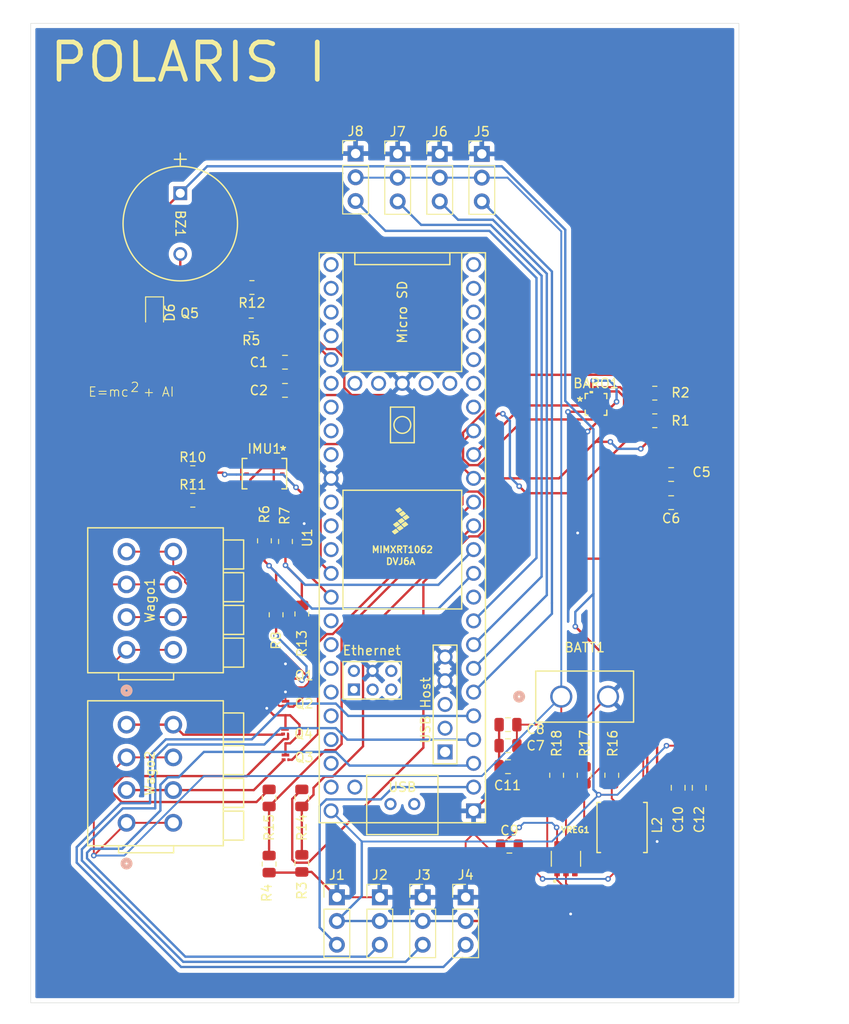
<source format=kicad_pcb>
(kicad_pcb (version 20241229) (generator "pcbnew") (generator_version "9.0")
  (layers (0 "F.Cu" signal) (2 "B.Cu" signal) (13 "F.Paste" user) (15 "B.Paste" user) (5 "F.SilkS" user "F.Silkscreen") (7 "B.SilkS" user "B.Silkscreen") (1 "F.Mask" user) (3 "B.Mask" user) (25 "Edge.Cuts" user))
  (net 0 "")
  (net 1 "/SCL1")
  (net 2 "/SDA1")
  (net 3 "GND")
  (net 5 "+3.3V")
  (net 6 "+BATT")
  (net 7 "Net-(BZ1--)")
  (net 8 "Net-(VREG1-VBST)")
  (net 9 "Net-(VREG1-SW)")
  (net 10 "+5V")
  (net 17 "/ServoPin1(+5V)")
  (net 18 "/ServoPin2(+5V)")
  (net 19 "/ServoPin3(+5V)")
  (net 20 "/ServoPin4(+5V)")
  (net 21 "/ServoPin1(+BATT)")
  (net 22 "/ServoPin2(+BATT)")
  (net 23 "/ServoPin3(+BATT)")
  (net 24 "/ServoPin4(+BATT)")
  (net 25 "Net-(Q1-D)")
  (net 26 "Net-(Q1-G)")
  (net 27 "Net-(Q2-G)")
  (net 28 "Net-(Q2-D)")
  (net 29 "Net-(Q3-G)")
  (net 30 "Net-(Q3-D)")
  (net 31 "Net-(Q4-G)")
  (net 32 "Net-(Q4-D)")
  (net 33 "Net-(Q5-G)")
  (net 34 "/Pyro1")
  (net 35 "/Pyro2")
  (net 36 "/BUZZ")
  (net 37 "Net-(VREG1-VFB)")
  (net 38 "Net-(VREG1-EN)")
  (net 57 "/SCL2")
  (net 65 "/Pyro4")
  (net 70 "/Pyro3")
  (net 80 "/SDA2")
  (footprint "Wago conn x4:CONN4_2601-1104_WAG" (layer "F.Cu") (at 55 132 90)
    (property "Reference" "Wago1")
    (property "Value" "2601-1104")
  )
  (footprint "mosfet dmn:X3-DSN1010-3_DIO" (layer "F.Cu") (at 72 134.7525)
    (property "Reference" "Q1")
    (property "Value" "DMN1017UCP3-7")
  )
  (footprint "Connector_PinHeader_2.54mm:PinHeader_1x03_P2.54mm_Vertical" (layer "F.Cu") (at 82.09 158.46)
    (property "Reference" "J2")
    (property "Value" "Conn_01x03_Pin")
  )
  (footprint "Resistor_SMD:R_0805_2012Metric" (layer "F.Cu") (at 73.75 147.8375 90)
    (property "Reference" "R14")
    (property "Value" "300")
  )
  (footprint "TPS563200DDCR:TPS563200DDCR" (layer "F.Cu") (at 102 154.345 90)
    (property "Reference" "VREG1")
    (property "Value" "TPS563200DDCR")
  )
  (footprint "rando buzza bruh skibbity buh its 1215 i wanna sleeeeppp:CEM-1206S_CUD" (layer "F.Cu") (at 60.75 83.166749 -90)
    (property "Reference" "BZ1")
    (property "Value" "Buzzer")
  )
  (footprint "Connector_PinHeader_2.54mm:PinHeader_1x03_P2.54mm_Vertical" (layer "F.Cu") (at 91.27 158.46)
    (property "Reference" "J4")
    (property "Value" "Conn_01x03_Pin")
  )
  (footprint "teensy.pretty-master:Teensy41" (layer "F.Cu") (at 84.5 120.01 90)
    (property "Reference" "U1")
    (property "Value" "Teensy4.1")
  )
  (footprint "Connector_PinHeader_2.54mm:PinHeader_1x03_P2.54mm_Vertical" (layer "F.Cu") (at 77.5 158.46)
    (property "Reference" "J1")
    (property "Value" "Conn_01x03_Pin")
  )
  (footprint "mosfet dmn:X3-DSN1010-3_DIO" (layer "F.Cu") (at 72 137.7525)
    (property "Reference" "Q2")
    (property "Value" "DMN1017UCP3-7")
  )
  (footprint "Capacitor_SMD:C_0805_2012Metric" (layer "F.Cu") (at 95.95 153)
    (property "Reference" "C9")
    (property "Value" "0.1uF")
  )
  (footprint "Capacitor_SMD:C_0805_2012Metric" (layer "F.Cu") (at 113.25 113.25)
    (property "Reference" "C5" (hide yes))
    (property "Value" "0.1uF")
  )
  (footprint "Capacitor_SMD:C_0805_2012Metric" (layer "F.Cu") (at 114 146.75 90)
    (property "Reference" "C10")
    (property "Value" "22uF")
  )
  (footprint "mosfet dmn:X3-DSN1010-3_DIO" (layer "F.Cu") (at 72 143.5025)
    (property "Reference" "Q3")
    (property "Value" "DMN1017UCP3-7")
  )
  (footprint "Capacitor_SMD:C_0805_2012Metric" (layer "F.Cu") (at 95.8 144.5 180)
    (property "Reference" "C11")
    (property "Value" "10uF")
  )
  (footprint "mosfet dmn:X3-DSN1010-3_DIO" (layer "F.Cu") (at 71.945 140.7475)
    (property "Reference" "Q4")
    (property "Value" "DMN1017UCP3-7")
  )
  (footprint "Resistor_SMD:R_0805_2012Metric" (layer "F.Cu") (at 111.5 107.5 180)
    (property "Reference" "R1")
    (property "Value" "4.7k")
  )
  (footprint "Resistor_SMD:R_0805_2012Metric" (layer "F.Cu") (at 68.3375 97.25 180)
    (property "Reference" "R5")
    (property "Value" "300")
  )
  (footprint "Resistor_SMD:R_0805_2012Metric" (layer "F.Cu") (at 101 145.4125 -90)
    (property "Reference" "R18")
    (property "Value" "10k")
  )
  (footprint "rando L:IND_NRS5030_TAY" (layer "F.Cu") (at 108 151 90)
    (property "Reference" "L2")
    (property "Value" "3.3uF")
  )
  (footprint "Connector_PinHeader_2.54mm:PinHeader_1x03_P2.54mm_Vertical" (layer "F.Cu") (at 79.5 78.92)
    (property "Reference" "J8")
    (property "Value" "Conn_01x03_Pin")
  )
  (footprint "Resistor_SMD:R_0805_2012Metric" (layer "F.Cu") (at 72 120.4125 90)
    (property "Reference" "R7")
    (property "Value" "10k")
  )
  (footprint "Resistor_SMD:R_0805_2012Metric" (layer "F.Cu") (at 70.25 154.9125 -90)
    (property "Reference" "R4")
    (property "Value" "10k")
  )
  (footprint "Capacitor_SMD:C_0805_2012Metric" (layer "F.Cu") (at 71.95 104.25)
    (property "Reference" "C2")
    (property "Value" "100nF")
  )
  (footprint "Capacitor_SMD:C_0805_2012Metric" (layer "F.Cu") (at 116.25 146.75 90)
    (property "Reference" "C12")
    (property "Value" "22uF")
  )
  (footprint "Connector_PinHeader_2.54mm:PinHeader_1x03_P2.54mm_Vertical" (layer "F.Cu") (at 86.68 158.46)
    (property "Reference" "J3")
    (property "Value" "Conn_01x03_Pin")
  )
  (footprint "Resistor_SMD:R_0805_2012Metric" (layer "F.Cu") (at 68.4125 93.25 180)
    (property "Reference" "R12")
    (property "Value" "10k")
  )
  (footprint "Resistor_SMD:R_0805_2012Metric" (layer "F.Cu") (at 106.9 145.4125 -90)
    (property "Reference" "R16")
    (property "Value" "55k")
  )
  (footprint "Connector_PinHeader_2.54mm:PinHeader_1x03_P2.54mm_Vertical" (layer "F.Cu") (at 88.5 78.96)
    (property "Reference" "J6")
    (property "Value" "Conn_01x03_Pin")
  )
  (footprint "xt30:CONN_XT30UPB-M_AMA" (layer "F.Cu") (at 101.5 137)
    (property "Reference" "BATT1")
    (property "Value" "XT30UPB-M")
  )
  (footprint "Capacitor_SMD:C_0805_2012Metric" (layer "F.Cu") (at 95.8 142.25 180)
    (property "Reference" "C7")
    (property "Value" "10uF")
  )
  (footprint "Resistor_SMD:R_0805_2012Metric" (layer "F.Cu") (at 62.0875 113.05)
    (property "Reference" "R10")
    (property "Value" "4.7k")
  )
  (footprint "mosfet dmn:X3-DSN1010-3_DIO" (layer "F.Cu") (at 62 97.5025)
    (property "Reference" "Q5")
    (property "Value" "DMN1017UCP3-7")
  )
  (footprint "Resistor_SMD:R_0805_2012Metric" (layer "F.Cu") (at 73.75 154.8375 -90)
    (property "Reference" "R3")
    (property "Value" "10k")
  )
  (footprint "Diode_SMD:D_0805_2012Metric" (layer "F.Cu") (at 58 95.9375 -90)
    (property "Reference" "D6")
    (property "Value" "D")
  )
  (footprint "BMI088:QFN_BMI085_BOS" (layer "F.Cu") (at 69.75 113.1557)
    (property "Reference" "IMU1")
    (property "Value" "BMI088")
  )
  (footprint "Resistor_SMD:R_0805_2012Metric" (layer "F.Cu") (at 103.95 145.4125 -90)
    (property "Reference" "R17")
    (property "Value" "10k")
  )
  (footprint "Resistor_SMD:R_0805_2012Metric" (layer "F.Cu") (at 71 128.25 -90)
    (property "Reference" "R8")
    (property "Value" "300")
  )
  (footprint "Resistor_SMD:R_0805_2012Metric" (layer "F.Cu") (at 111.5 104.55 180)
    (property "Reference" "R2")
    (property "Value" "4.7k")
  )
  (footprint "Resistor_SMD:R_0805_2012Metric" (layer "F.Cu") (at 62.0875 116)
    (property "Reference" "R11")
    (property "Value" "4.7k")
  )
  (footprint "Capacitor_SMD:C_0805_2012Metric" (layer "F.Cu") (at 71.95 101.24)
    (property "Reference" "C1")
    (property "Value" "100nF")
  )
  (footprint "Capacitor_SMD:C_0805_2012Metric" (layer "F.Cu") (at 95.8 140 180)
    (property "Reference" "C8")
    (property "Value" "10uF")
  )
  (footprint "BMP390:10LGA_2X2X0p75_BOS" (layer "F.Cu") (at 105.2126 105.75)
    (property "Reference" "BARO1")
    (property "Value" "BMP390")
  )
  (footprint "Wago conn x4:CONN4_2601-1104_WAG" (layer "F.Cu") (at 55 150.5 90)
    (property "Reference" "Wago2")
    (property "Value" "2601-1104")
  )
  (footprint "Capacitor_SMD:C_0805_2012Metric" (layer "F.Cu") (at 113.25 116.26 180)
    (property "Reference" "C6")
    (property "Value" "100nF")
  )
  (footprint "Connector_PinHeader_2.54mm:PinHeader_1x03_P2.54mm_Vertical" (layer "F.Cu") (at 84 78.96)
    (property "Reference" "J7")
    (property "Value" "Conn_01x03_Pin")
  )
  (footprint "Resistor_SMD:R_0805_2012Metric" (layer "F.Cu") (at 69.75 120.3375 90)
    (property "Reference" "R6")
    (property "Value" "10k")
  )
  (footprint "Connector_PinHeader_2.54mm:PinHeader_1x03_P2.54mm_Vertical" (layer "F.Cu") (at 93 78.96)
    (property "Reference" "J5")
    (property "Value" "Conn_01x03_Pin")
  )
  (footprint "Resistor_SMD:R_0805_2012Metric" (layer "F.Cu") (at 70.25 147.8375 90)
    (property "Reference" "R15")
    (property "Value" "300")
  )
  (footprint "Resistor_SMD:R_0805_2012Metric" (layer "F.Cu") (at 73.75 128.1625 -90)
    (property "Reference" "R13")
    (property "Value" "300")
  )
  (gr_rect (start 44.75 65) (end 120.5 169.75) (stroke (width 0.05)) (fill no) (layer "Edge.Cuts"))
  (gr_text "E=mc  + AI\n" (at 50.850001 105 0) (layer "F.SilkS") (effects (font (size 1 1) (thickness 0.1)) (justify left bottom)))
  (gr_text "2\n" (at 55.350001 104.5 0) (layer "F.SilkS") (effects (font (size 1 1) (thickness 0.1)) (justify left bottom)))
  (gr_text "POLARIS I\n" (at 46.5 71.5 0) (layer "F.SilkS") (effects (font (size 4 4) (thickness 0.5)) (justify left bottom)))
  (gr_text "C5\n" (at 116.5 113 0) (layer "F.SilkS") (effects (font (size 1 1))))
  (segment (start 75.754 117.2484) (end 73.1278 114.6222) (width 0.25) (layer "F.Cu") (net 1))
  (segment (start 76.88 123.82) (end 75.754 122.694) (width 0.25) (layer "F.Cu") (net 1))
  (segment (start 65.3 113.05) (end 63 113.05) (width 0.25) (layer "F.Cu") (net 1))
  (segment (start 65.5 113.25) (end 65.3 113.05) (width 0.25) (layer "F.Cu") (net 1))
  (segment (start 73.1278 114.6222) (end 71.6613 113.1557) (width 0.25) (layer "F.Cu") (net 1))
  (segment (start 75.754 122.694) (end 75.754 117.2484) (width 0.25) (layer "F.Cu") (net 1))
  (via (at 65.5 113.25) (size 0.6) (drill 0.3) (layers "F.Cu" "B.Cu") (net 1))
  (via (at 73.1278 114.6222) (size 0.6) (drill 0.3) (layers "F.Cu" "B.Cu") (net 1))
  (segment (start 66.75 113.25) (end 65.5 113.25) (width 0.25) (layer "B.Cu") (net 1))
  (segment (start 73.1278 114.6222) (end 71.7556 113.25) (width 0.25) (layer "B.Cu") (net 1))
  (segment (start 71.7556 113.25) (end 66.75 113.25) (width 0.25) (layer "B.Cu") (net 1))
  (segment (start 73.0943 116.1557) (end 72.9386 116) (width 0.25) (layer "F.Cu") (net 2))
  (segment (start 74.626 117.6874) (end 74.626 124.106) (width 0.25) (layer "F.Cu") (net 2))
  (segment (start 74.626 124.106) (end 76.88 126.36) (width 0.25) (layer "F.Cu") (net 2))
  (segment (start 71.25 114.3114) (end 73.0943 116.1557) (width 0.25) (layer "F.Cu") (net 2))
  (segment (start 73.0943 116.1557) (end 74.626 117.6874) (width 0.25) (layer "F.Cu") (net 2))
  (segment (start 72.9386 116) (end 63 116) (width 0.25) (layer "F.Cu") (net 2))
  (segment (start 72 119.5) (end 73 119.5) (width 0.25) (layer "F.Cu") (net 3))
  (segment (start 69.833014 92.224) (end 70.778905 93.169891) (width 0.25) (layer "F.Cu") (net 3))
  (segment (start 73.5 140) (end 72.5 139) (width 0.25) (layer "F.Cu") (net 3))
  (segment (start 70.778905 93.169891) (end 70.778905 94.221095) (width 0.25) (layer "F.Cu") (net 3))
  (segment (start 70.25 155.825) (end 73.675 155.825) (width 0.25) (layer "F.Cu") (net 3))
  (segment (start 72 136.5) (end 72 137.5) (width 0.2) (layer "F.Cu") (net 3))
  (segment (start 72 139) (end 70.75 139) (width 0.25) (layer "F.Cu") (net 3))
  (segment (start 107.612601 104.3626) (end 106.312599 104.3626) (width 0.25) (layer "F.Cu") (net 3))
  (segment (start 70.797 112.5673) (end 70.75 112.5203) (width 0.25) (layer "F.Cu") (net 3))
  (segment (start 70.75 112.5203) (end 70.750001 114.3114) (width 0.25) (layer "F.Cu") (net 3))
  (segment (start 77.5 158.46) (end 91.27 158.46) (width 0.2) (layer "F.Cu") (net 3))
  (segment (start 91.27 158.46) (end 91.27 152.48116) (width 0.2) (layer "F.Cu") (net 3))
  (segment (start 76.88 113.66) (end 75.7873 112.5673) (width 0.25) (layer "F.Cu") (net 3))
  (segment (start 104.312601 108.6521) (end 106.502101 106.4626) (width 0.25) (layer "F.Cu") (net 3))
  (segment (start 72 133.5) (end 72 134.4265) (width 0.25) (layer "F.Cu") (net 3))
  (segment (start 80.25 104.749938) (end 83.250062 104.749938) (width 0.25) (layer "F.Cu") (net 3))
  (segment (start 111.75 150) (end 111.75 152.5) (width 0.25) (layer "F.Cu") (net 3))
  (segment (start 71.925 119.425) (end 72 119.5) (width 0.25) (layer "F.Cu") (net 3))
  (segment (start 94.85 140) (end 94.85 142.25) (width 0.25) (layer "F.Cu") (net 3))
  (segment (start 110.2695 140.7695) (end 106.5 137) (width 0.2) (layer "F.Cu") (net 3))
  (segment (start 73.399938 104.749938) (end 80.25 104.749938) (width 0.25) (layer "F.Cu") (net 3))
  (segment (start 68.526 92.224) (end 69.833014 92.224) (width 0.25) (layer "F.Cu") (net 3))
  (segment (start 91.27 152.48116) (end 92.12 151.63116) (width 0.2) (layer "F.Cu") (net 3))
  (segment (start 75.7873 112.5673) (end 70.797 112.5673) (width 0.25) (layer "F.Cu") (net 3))
  (segment (start 103.95 139.55) (end 106.5 137) (width 0.2) (layer "F.Cu") (net 3))
  (segment (start 102.5 160.25) (end 101.849 160.25) (width 0.25) (layer "F.Cu") (net 3))
  (segment (start 69.75 112.520301) (end 69.75 112) (width 0.25) (layer "F.Cu") (net 3))
  (segment (start 72.5 139) (end 72 139) (width 0.25) (layer "F.Cu") (net 3))
  (segment (start 68.25 113.791099) (end 68.25 114.3114) (width 0.25) (layer "F.Cu") (net 3))
  (segment (start 70.75 112.5203) (end 70.750001 112.520301) (width 0.25) (layer "F.Cu") (net 3))
  (segment (start 72.5 142) (end 73.5 141) (width 0.25) (layer "F.Cu") (net 3))
  (segment (start 79.077533 104.749938) (end 80.25 104.749938) (width 0.25) (layer "F.Cu") (net 3))
  (segment (start 72 142) (end 72 143.1765) (width 0.25) (layer "F.Cu") (net 3))
  (segment (start 111.75 124.5) (end 111.75 150) (width 0.25) (layer "F.Cu") (net 3))
  (segment (start 106.312599 104.3626) (end 105.712599 104.9626) (width 0.25) (layer "F.Cu") (net 3))
  (segment (start 72 139) (end 72 140.4215) (width 0.25) (layer "F.Cu") (net 3))
  (segment (start 110.2695 155.7976) (end 110.2695 140.7695) (width 0.2) (layer "F.Cu") (net 3))
  (segment (start 94.85 144.5) (end 94.85 146.49) (width 0.25) (layer "F.Cu") (net 3))
  (segment (start 92.12 151.63116) (end 99.38984 158.901) (width 0.2) (layer "F.Cu") (net 3))
  (segment (start 72.9 104.25) (end 73.399938 104.749938) (width 0.25) (layer "F.Cu") (net 3))
  (segment (start 94.85 144.5) (end 94.85 142.25) (width 0.25) (layer "F.Cu") (net 3))
  (segment (start 109.5 122.25) (end 111.75 124.5) (width 0.25) (layer "F.Cu") (net 3))
  (segment (start 92.12 149.22) (end 92.12 151.63116) (width 0.2) (layer "F.Cu") (net 3))
  (segment (start 100.5 158.901) (end 103.5 158.901) (width 0.2) (layer "F.Cu") (net 3))
  (segment (start 99.38984 158.901) (end 100.5 158.901) (width 0.2) (layer "F.Cu") (net 3))
  (segment (start 69.75 119.425) (end 71.925 119.425) (width 0.25) (layer "F.Cu") (net 3))
  (segment (start 114.2 116.26) (end 114.2 117.55) (width 0.25) (layer "F.Cu") (net 3))
  (segment (start 105.712599 106.5374) (end 105.787399 106.4626) (width 0.25) (layer "F.Cu") (net 3))
  (segment (start 114.2 113.25) (end 114.2 116.26) (width 0.25) (layer "F.Cu") (net 3))
  (segment (start 74.79 155.75) (end 77.5 158.46) (width 0.25) (layer "F.Cu") (net 3))
  (segment (start 103.25 122.25) (end 108.5 122.25) (width 0.25) (layer "F.Cu") (net 3))
  (segment (start 114.2 117.55) (end 109.5 122.25) (width 0.25) (layer "F.Cu") (net 3))
  (segment (start 67.5 93.25) (end 68.526 92.224) (width 0.25) (layer "F.Cu") (net 3))
  (segment (start 77.346405 99.834) (end 78.294 100.781595) (width 0.25) (layer "F.Cu") (net 3))
  (segment (start 73.5 141) (end 73.5 140) (width 0.25) (layer "F.Cu") (net 3))
  (segment (start 83.250062 104.749938) (end 84.5 103.5) (width 0.25) (layer "F.Cu") (net 3))
  (segment (start 94.85 146.49) (end 92.12 149.22) (width 0.25) (layer "F.Cu") (net 3))
  (segment (start 69.796999 112.5673) (end 69.473799 112.5673) (width 0.25) (layer "F.Cu") (net 3))
  (segment (start 107.1661 158.901) (end 110.2695 155.7976) (width 0.2) (layer "F.Cu") (net 3))
  (segment (start 69.796999 112.5673) (end 69.75 112.520301) (width 0.25) (layer "F.Cu") (net 3))
  (segment (start 103.95 144.5) (end 103.95 139.55) (width 0.2) (layer "F.Cu") (net 3))
  (segment (start 73 119.5) (end 74 118.5) (width 0.25) (layer "F.Cu") (net 3))
  (segment (start 72.9 101.24) (end 72.9 104.25) (width 0.25) (layer "F.Cu") (net 3))
  (segment (start 70.778905 94.221095) (end 76.39181 99.834) (width 0.25) (layer "F.Cu") (net 3))
  (segment (start 102.227301 106.5374) (end 102.212601 106.5521) (width 0.25) (layer "F.Cu") (net 3))
  (segment (start 103.25 119.5) (end 102.5 120.25) (width 0.25) (layer "F.Cu") (net 3))
  (segment (start 108.212601 104.9626) (end 107.612601 104.3626) (width 0.25) (layer "F.Cu") (net 3))
  (segment (start 107.212601 106.4626) (end 107.812601 106.4626) (width 0.25) (layer "F.Cu") (net 3))
  (segment (start 107.812601 106.4626) (end 108.212601 106.0626) (width 0.25) (layer "F.Cu") (net 3))
  (segment (start 70.750001 112.520301) (end 70.750001 112) (width 0.25) (layer "F.Cu") (net 3))
  (segment (start 108.212601 106.0626) (end 108.212601 104.9626) (width 0.25) (layer "F.Cu") (net 3))
  (segment (start 105.712599 104.9626) (end 105.2126 104.9626) (width 0.25) (layer "F.Cu") (net 3))
  (segment (start 102.5 121.5) (end 103.25 122.25) (width 0.25) (layer "F.Cu") (net 3))
  (segment (start 73.675 155.825) (end 73.75 155.75) (width 0.25) (layer "F.Cu") (net 3))
  (segment (start 72 140.4215) (end 71.945 140.4215) (width 0.25) (layer "F.Cu") (net 3))
  (segment (start 102.5 120.25) (end 102.5 121.5) (width 0.25) (layer "F.Cu") (net 3))
  (segment (start 108.5 122.25) (end 109.5 122.25) (width 0.25) (layer "F.Cu") (net 3))
  (segment (start 105.787399 106.4626) (end 107.212601 106.4626) (width 0.25) (layer "F.Cu") (net 3))
  (segment (start 103.5 158.901) (end 107.1661 158.901) (width 0.2) (layer "F.Cu") (net 3))
  (segment (start 72 142) (end 72.5 142) (width 0.25) (layer "F.Cu") (net 3))
  (segment (start 106.502101 106.4626) (end 107.212601 106.4626) (width 0.25) (layer "F.Cu") (net 3))
  (segment (start 104.712601 106.5374) (end 102.227301 106.5374) (width 0.25) (layer "F.Cu") (net 3))
  (segment (start 101.05 155.5) (end 101.05 156.6171) (width 0.2) (layer "F.Cu") (net 3))
  (segment (start 111.75 149.95) (end 111.75 150) (width 0.25) (layer "F.Cu") (net 3))
  (segment (start 63.5 97.25) (end 67.5 93.25) (width 0.25) (layer "F.Cu") (net 3))
  (segment (start 103.3339 158.901) (end 103.5 158.901) (width 0.2) (layer "F.Cu") (net 3))
  (segment (start 76.39181 99.834) (end 77.346405 99.834) (width 0.25) (layer "F.Cu") (net 3))
  (segment (start 70.75 139) (end 70 138.25) (width 0.25) (layer "F.Cu") (net 3))
  (segment (start 114 147.7) (end 116.25 147.7) (width 0.25) (layer "F.Cu") (net 3))
  (segment (start 62 97.25) (end 63.5 97.25) (width 0.25) (layer "F.Cu") (net 3))
  (segment (start 101.849 160.25) (end 100.5 158.901) (width 0.25) (layer "F.Cu") (net 3))
  (segment (start 69.473799 112.5673) (end 68.25 113.791099) (width 0.25) (layer "F.Cu") (net 3))
  (segment (start 73.75 155.75) (end 74.79 155.75) (width 0.25) (layer "F.Cu") (net 3))
  (segment (start 70.797 112.5673) (end 69.796999 112.5673) (width 0.25) (layer "F.Cu") (net 3))
  (segment (start 78.294 100.781595) (end 78.294 103.966405) (width 0.25) (layer "F.Cu") (net 3))
  (segment (start 101.05 156.6171) (end 103.3339 158.901) (width 0.2) (layer "F.Cu") (net 3))
  (segment (start 78.294 103.966405) (end 79.077533 104.749938) (width 0.25) (layer "F.Cu") (net 3))
  (segment (start 114 147.7) (end 111.75 149.95) (width 0.25) (layer "F.Cu") (net 3))
  (via (at 72 133.5) (size 0.6) (drill 0.3) (layers "F.Cu" "B.Cu") (net 3))
  (via (at 111.75 152.5) (size 0.6) (drill 0.3) (layers "F.Cu" "B.Cu") (net 3))
  (via (at 70 138.25) (size 0.6) (drill 0.3) (layers "F.Cu" "B.Cu") (net 3))
  (via (at 103.25 119.5) (size 0.6) (drill 0.3) (layers "F.Cu" "B.Cu") (net 3))
  (via (at 72 136.5) (size 0.6) (drill 0.3) (layers "F.Cu" "B.Cu") (net 3))
  (via (at 104.312601 108.6521) (size 0.6) (drill 0.3) (layers "F.Cu" "B.Cu") (net 3))
  (via (at 74 118.5) (size 0.6) (drill 0.3) (layers "F.Cu" "B.Cu") (net 3))
  (via (at 102.212601 106.5521) (size 0.6) (drill 0.3) (layers "F.Cu" "B.Cu") (net 3))
  (via (at 102.5 160.25) (size 0.6) (drill 0.3) (layers "F.Cu" "B.Cu") (net 3))
  (segment (start 102.212601 106.5521) (end 103.45525 107.79475) (width 0.25) (layer "B.Cu") (net 3))
  (segment (start 104.312601 108.6521) (end 104.05315 108.6521) (width 0.25) (layer "B.Cu") (net 3))
  (segment (start 103.45525 107.79475) (end 103.45525 109.25) (width 0.25) (layer "B.Cu") (net 3))
  (segment (start 104 160.25) (end 102.5 160.25) (width 0.25) (layer "B.Cu") (net 3))
  (segment (start 111.75 152.5) (end 104 160.25) (width 0.25) (layer "B.Cu") (net 3))
  (segment (start 103.45525 109.25) (end 103.45525 119.29475) (width 0.25) (layer "B.Cu") (net 3))
  (segment (start 103.45525 119.29475) (end 103.25 119.5) (width 0.25) (layer "B.Cu") (net 3))
  (segment (start 104.312601 108.6521) (end 104.312601 108.6626) (width 0.25) (layer "B.Cu") (net 3))
  (segment (start 104.05315 108.6521) (end 103.45525 109.25) (width 0.25) (layer "B.Cu") (net 3))
  (segment (start 108.663601 104.77579) (end 108.663601 106.24941) (width 0.25) (layer "F.Cu") (net 5))
  (segment (start 107.799411 103.9116) (end 108.663601 104.77579) (width 0.25) (layer "F.Cu") (net 5))
  (segment (start 105.163012 109.75) (end 104.831506 110.081506) (width 0.25) (layer "F.Cu") (net 5))
  (segment (start 104.912601 103.2126) (end 104.712601 103.4126) (width 0.25) (layer "F.Cu") (net 5))
  (segment (start 112.4125 107.5) (end 112.4125 108.0875) (width 0.25) (layer "F.Cu") (net 5))
  (segment (start 108.439012 106.474) (end 111.095514 106.474) (width 0.25) (layer "F.Cu") (net 5))
  (segment (start 69.202999 111.4327) (end 68.5 111.4327) (width 0.25) (layer "F.Cu") (net 5))
  (segment (start 60.25 109.75) (end 65 109.75) (width 0.25) (layer "F.Cu") (net 5))
  (segment (start 61.175 116) (end 60.5 116) (width 0.25) (layer "F.Cu") (net 5))
  (segment (start 88.454 109.994) (end 92.12 113.66) (width 0.25) (layer "F.Cu") (net 5))
  (segment (start 70.203 114.8787) (end 69.5 114.8787) (width 0.25) (layer "F.Cu") (net 5))
  (segment (start 69.250001 111.479699) (end 69.297 111.4327) (width 0.25) (layer "F.Cu") (net 5))
  (segment (start 73.256 109.994) (end 88.454 109.994) (width 0.25) (layer "F.Cu") (net 5))
  (segment (start 72.25 111) (end 73.256 109.994) (width 0.25) (layer "F.Cu") (net 5))
  (segment (start 108.663601 106.24941) (end 107.331506 107.581506) (width 0.25) (layer "F.Cu") (net 5))
  (segment (start 65.875 110.625) (end 65.875 110.375) (width 0.25) (layer "F.Cu") (net 5))
  (segment (start 65.875 110.625) (end 66.6827 111.4327) (width 0.25) (layer "F.Cu") (net 5))
  (segment (start 65.875 110.375) (end 71 105.25) (width 0.25) (layer "F.Cu") (net 5))
  (segment (start 59.5 110.5) (end 60.25 109.75) (width 0.25) (layer "F.Cu") (net 5))
  (segment (start 112.3 113.25) (end 112.3 116.26) (width 0.25) (layer "F.Cu") (net 5))
  (segment (start 69.297 111.4327) (end 71.1827 111.4327) (width 0.25) (layer "F.Cu") (net 5))
  (segment (start 68.8787 114.8787) (end 68.749999 114.749999) (width 0.25) (layer "F.Cu") (net 5))
  (segment (start 71.1827 111.4327) (end 71.25 111.5) (width 0.25) (layer "F.Cu") (net 5))
  (segment (start 71 104.25) (end 71 101.24) (width 0.25) (layer "F.Cu") (net 5))
  (segment (start 71.75 111.5) (end 72.25 111) (width 0.25) (layer "F.Cu") (net 5))
  (segment (start 65 109.75) (end 65.875 110.625) (width 0.25) (layer "F.Cu") (net 5))
  (segment (start 71 105.25) (end 71 104.25) (width 0.25) (layer "F.Cu") (net 5))
  (segment (start 69.250001 112) (end 69.250001 111.75) (width 0.25) (layer "F.Cu") (net 5))
  (segment (start 104.763601 103.9116) (end 107.799411 103.9116) (width 0.25) (layer "F.Cu") (net 5))
  (segment (start 69.250001 111.75) (end 69.250001 111.479699) (width 0.25) (layer "F.Cu") (net 5))
  (segment (start 104.4252 105.5) (end 104.4252 105.250001) (width 0.25) (layer "F.Cu") (net 5))
  (segment (start 71.25 112) (end 72.25 111) (width 0.25) (layer "F.Cu") (net 5))
  (segment (start 106.75 109.75) (end 105.163012 109.75) (width 0.25) (layer "F.Cu") (net 5))
  (segment (start 61.175 113.05) (end 60.8 113.05) (width 0.25) (layer "F.Cu") (net 5))
  (segment (start 69.250001 111.75) (end 69.250001 111.479702) (width 0.25) (layer "F.Cu") (net 5))
  (segment (start 104.712601 103.9626) (end 104.763601 103.9116) (width 0.25) (layer "F.Cu") (net 5))
  (segment (start 104.4252 105.250001) (end 104.712601 104.9626) (width 0.25) (layer "F.Cu") (net 5))
  (segment (start 60.5 116) (end 59.5 115) (width 0.25) (layer "F.Cu") (net 5))
  (segment (start 107.331506 107.581506) (end 108.439012 106.474) (width 0.25) (layer "F.Cu") (net 5))
  (segment (start 69.250001 111.479702) (end 69.202999 111.4327) (width 0.25) (layer "F.Cu") (net 5))
  (segment (start 104.831506 110.081506) (end 101.253011 113.66) (width 0.25) (layer "F.Cu") (net 5))
  (segment (start 112.3 110.301514) (end 112.3 113.25) (width 0.25) (layer "F.Cu") (net 5))
  (segment (start 69.5 114.8787) (end 68.8787 114.8787) (width 0.25) (layer "F.Cu") (net 5))
  (segment (start 67.2714 111.9583) (end 67.2714 114.3531) (width 0.25) (layer "F.Cu") (net 5))
  (segment (start 70.249999 114.831701) (end 70.203 114.8787) (width 0.25) (layer "F.Cu") (net 5))
  (segment (start 104.712601 103.4126) (end 104.712601 103.9626) (width 0.25) (layer "F.Cu") (net 5))
  (segment (start 68.5 111.4327) (end 67.797 111.4327) (width 0.25) (layer "F.Cu") (net 5))
  (segment (start 59.5 115) (end 59.5 111.25) (width 0.25) (layer "F.Cu") (net 5))
  (segment (start 59.5 111.75) (end 59.5 111.25) (width 0.25) (layer "F.Cu") (net 5))
  (segment (start 70.249999 114.3114) (end 70.249999 114.831701) (width 0.25) (layer "F.Cu") (net 5))
  (segment (start 107.331506 107.581506) (end 104.831506 110.081506) (width 0.25) (layer "F.Cu") (net 5))
  (segment (start 67.2714 114.3531) (end 67.797 114.8787) (width 0.25) (layer "F.Cu") (net 5))
  (segment (start 111.095514 106.474) (end 113.611514 108.99) (width 0.25) (layer "F.Cu") (net 5))
  (segment (start 67.797 111.4327) (end 67.2714 111.9583) (width 0.25) (layer "F.Cu") (net 5))
  (segment (start 59.5 111.25) (end 59.5 110.5) (width 0.25) (layer "F.Cu") (net 5))
  (segment (start 68.749999 114.749999) (end 68.749999 114.3114) (width 0.25) (layer "F.Cu") (net 5))
  (segment (start 101.253011 113.66) (end 92.12 113.66) (width 0.25) (layer "F.Cu") (net 5))
  (segment (start 106 106) (end 106.875201 106) (width 0.25) (layer "F.Cu") (net 5))
  (segment (start 71.25 111.5) (end 71.25 112) (width 0.25) (layer "F.Cu") (net 5))
  (segment (start 104.712601 103.9626) (end 104.712601 104.9626) (width 0.25) (layer "F.Cu") (net 5))
  (segment (start 66.6827 111.4327) (end 68.5 111.4327) (width 0.25) (layer "F.Cu") (net 5))
  (segment (start 106.875201 106) (end 107.412601 105.4626) (width 0.25) (layer "F.Cu") (net 5))
  (segment (start 60.8 113.05) (end 59.5 111.75) (width 0.25) (layer "F.Cu") (net 5))
  (segment (start 112.4125 108.0875) (end 110 110.5) (width 0.25) (layer "F.Cu") (net 5))
  (segment (start 67.797 114.8787) (end 69.5 114.8787) (width 0.25) (layer "F.Cu") (net 5))
  (segment (start 112.4125 104.55) (end 112.4125 107.5) (width 0.25) (layer "F.Cu") (net 5))
  (segment (start 71.25 111.5) (end 71.75 111.5) (width 0.25) (layer "F.Cu") (net 5))
  (segment (start 113.611514 108.99) (end 112.3 110.301514) (width 0.25) (layer "F.Cu") (net 5))
  (via (at 106.75 109.75) (size 0.6) (drill 0.3) (layers "F.Cu" "B.Cu") (net 5))
  (via (at 110 110.5) (size 0.6) (drill 0.3) (layers "F.Cu" "B.Cu") (net 5))
  (via (at 107.412601 105.4626) (size 0.6) (drill 0.3) (layers "F.Cu" "B.Cu") (net 5))
  (via (at 104.912601 103.2126) (size 0.6) (drill 0.3) (layers "F.Cu" "B.Cu") (net 5))
  (segment (start 107.412601 103.9626) (end 106.662601 103.2126) (width 0.25) (layer "B.Cu") (net 5))
  (segment (start 106.662601 103.2126) (end 104.912601 103.2126) (width 0.25) (layer "B.Cu") (net 5))
  (segment (start 110 110.5) (end 107.5 110.5) (width 0.25) (layer "B.Cu") (net 5))
  (segment (start 107.5 110.5) (end 106.75 109.75) (width 0.25) (layer "B.Cu") (net 5))
  (segment (start 107.412601 105.4626) (end 107.412601 103.9626) (width 0.25) (layer "B.Cu") (net 5))
  (segment (start 101.5 137) (end 101.5 138.75) (width 0.2) (layer "F.Cu") (net 6))
  (segment (start 102.95 155.5) (end 102.95 154.775) (width 0.2) (layer "F.Cu") (net 6))
  (segment (start 55 124.999996) (end 52.500004 124.999996) (width 0.2) (layer "F.Cu") (net 6))
  (segment (start 100 140) (end 96.75 140) (width 0.2) (layer "F.Cu") (net 6))
  (segment (start 99.999 153.54352) (end 99.999 145.501) (width 0.2) (layer "F.Cu") (net 6))
  (segment (start 102.95 154.775) (end 102.649 154.474) (width 0.2) (layer "F.Cu") (net 6))
  (segment (start 100.92948 154.474) (end 99.999 153.54352) (width 0.2) (layer "F.Cu") (net 6))
  (segment (start 51.5 147) (end 51.5 135.5) (width 0.2) (layer "F.Cu") (net 6))
  (segment (start 100.5 139.75) (end 100.25 139.75) (width 0.2) (layer "F.Cu") (net 6))
  (segment (start 55 150.5) (end 60 150.5) (width 0.2) (layer "F.Cu") (net 6))
  (segment (start 96.75 140) (end 96.75 142.25) (width 0.2) (layer "F.Cu") (net 6))
  (segment (start 101.5 138.75) (end 100.5 139.75) (width 0.2) (layer "F.Cu") (net 6))
  (segment (start 96.75 142.25) (end 96.75 144.5) (width 0.2) (layer "F.Cu") (net 6))
  (segment (start 55 143.499996) (end 60 143.499996) (width 0.2) (layer "F.Cu") (net 6))
  (segment (start 51.5 154) (end 55 150.5) (width 0.2) (layer "F.Cu") (net 6))
  (segment (start 102.649 154.474) (end 100.92948 154.474) (width 0.2) (layer "F.Cu") (net 6))
  (segment (start 51.5 147) (end 51.5 154) (width 0.2) (layer "F.Cu") (net 6))
  (segment (start 55 132) (end 60 132) (width 0.2) (layer "F.Cu") (net 6))
  (segment (start 55 150.5) (end 55.5 151) (width 0.2) (layer "F.Cu") (net 6))
  (segment (start 101.5 138.75) (end 101.5 144) (width 0.2) (layer "F.Cu") (net 6))
  (segment (start 51.5 146.999996) (end 51.5 147) (width 0.2) (layer "F.Cu") (net 6))
  (segment (start 51.5 126) (end 51.5 135.5) (width 0.2) (layer "F.Cu") (net 6))
  (segment (start 101.5 144) (end 101 144.5) (width 0.2) (layer "F.Cu") (net 6))
  (segment (start 52.500004 124.999996) (end 51.5 126) (width 0.2) (layer "F.Cu") (net 6))
  (segment (start 100.25 139.75) (end 100 140) (width 0.2) (layer "F.Cu") (net 6))
  (segment (start 55 132) (end 51.5 135.5) (width 0.2) (layer "F.Cu") (net 6))
  (segment (start 55 143.499996) (end 51.5 146.999996) (width 0.2) (layer "F.Cu") (net 6))
  (segment (start 99.999 145.501) (end 101 144.5) (width 0.2) (layer "F.Cu") (net 6))
  (segment (start 55 124.999996) (end 60 124.999996) (width 0.2) (layer "F.Cu") (net 6))
  (via (at 51.5 154) (size 0.6) (drill 0.3) (layers "F.Cu" "B.Cu") (net 6))
  (segment (start 101.5 87.25) (end 95.75 81.5) (width 0.2) (layer "B.Cu") (net 6))
  (segment (start 95.75 81.5) (end 93 81.5) (width 0.2) (layer "B.Cu") (net 6))
  (segment (start 54.769179 154) (end 51.5 154) (width 0.2) (layer "B.Cu") (net 6))
  (segment (start 93 145.5) (end 63.269179 145.5) (width 0.2) (layer "B.Cu") (net 6))
  (segment (start 88.5 81.5) (end 84 81.5) (width 0.2) (layer "B.Cu") (net 6))
  (segment (start 79.54 81.5) (end 79.5 81.46) (width 0.2) (layer "B.Cu") (net 6))
  (segment (start 101.5 137) (end 101.5 87.25) (width 0.2) (layer "B.Cu") (net 6))
  (segment (start 101.5 137) (end 93 145.5) (width 0.2) (layer "B.Cu") (net 6))
  (segment (start 84 81.5) (end 79.54 81.5) (width 0.2) (layer "B.Cu") (net 6))
  (segment (start 63.269179 145.5) (end 54.769179 154) (width 0.2) (layer "B.Cu") (net 6))
  (segment (start 93 81.5) (end 88.5 81.5) (width 0.2) (layer "B.Cu") (net 6))
  (segment (start 61.8 97.755) (end 61.2955 97.755) (width 0.25) (layer "F.Cu") (net 7))
  (segment (start 61.2955 97.755) (end 60.75 97.2095) (width 0.25) (layer "F.Cu") (net 7))
  (segment (start 60.4155 96.875) (end 60.75 97.2095) (width 0.25) (layer "F.Cu") (net 7))
  (segment (start 58 96.875) (end 60.4155 96.875) (width 0.25) (layer "F.Cu") (net 7))
  (segment (start 60.75 97.2095) (end 60.75 89.66675) (width 0.25) (layer "F.Cu") (net 7))
  (segment (start 95 153) (end 97 151) (width 0.2) (layer "F.Cu") (net 8))
  (segment (start 101 151) (end 101.05 151.05) (width 0.2) (layer "F.Cu") (net 8))
  (segment (start 101.05 151.05) (end 101.05 153.19) (width 0.2) (layer "F.Cu") (net 8))
  (via (at 101 151) (size 0.6) (drill 0.3) (layers "F.Cu" "B.Cu") (net 8))
  (via (at 97 151) (size 0.6) (drill 0.3) (layers "F.Cu" "B.Cu") (net 8))
  (segment (start 97 151) (end 97.5 150.5) (width 0.2) (layer "B.Cu") (net 8))
  (segment (start 100.5 150.5) (end 101 151) (width 0.2) (layer "B.Cu") (net 8))
  (segment (start 97.5 150.5) (end 100.5 150.5) (width 0.2) (layer "B.Cu") (net 8))
  (segment (start 108 155) (end 108 157.5) (width 0.2) (layer "F.Cu") (net 9))
  (segment (start 102 157) (end 102 155.5) (width 0.2) (layer "F.Cu") (net 9))
  (segment (start 103.5 158.5) (end 102 157) (width 0.2) (layer "F.Cu") (net 9))
  (segment (start 96.9 153.9) (end 96.9 153) (width 0.2) (layer "F.Cu") (net 9))
  (segment (start 108 155) (end 106.5 156.5) (width 0.2) (layer "F.Cu") (net 9))
  (segment (start 99.5 156.5) (end 96.9 153.9) (width 0.2) (layer "F.Cu") (net 9))
  (segment (start 108 157.5) (end 107 158.5) (width 0.2) (layer "F.Cu") (net 9))
  (segment (start 107 158.5) (end 103.5 158.5) (width 0.2) (layer "F.Cu") (net 9))
  (segment (start 108 153.0066) (end 108 155) (width 0.2) (layer "F.Cu") (net 9))
  (via (at 99.5 156.5) (size 0.6) (drill 0.3) (layers "F.Cu" "B.Cu") (net 9))
  (via (at 106.5 156.5) (size 0.6) (drill 0.3) (layers "F.Cu" "B.Cu") (net 9))
  (segment (start 106.5 156.5) (end 99.5 156.5) (width 0.2) (layer "B.Cu") (net 9))
  (segment (start 110.6955 137.1955) (end 103 129.5) (width 0.25) (layer "F.Cu") (net 10))
  (segment (start 106.9 147.8934) (end 108 148.9934) (width 0.2) (layer "F.Cu") (net 10))
  (segment (start 106.9 146.325) (end 106.9 147.5) (width 0.2) (layer "F.Cu") (net 10))
  (segment (start 110.6955 155.974055) (end 110.6955 137.1955) (width 0.25) (layer "F.Cu") (net 10))
  (segment (start 58 85.916749) (end 58 95) (width 0.25) (layer "F.Cu") (net 10))
  (segment (start 116.25 145.8) (end 114 145.8) (width 0.2) (layer "F.Cu") (net 10))
  (segment (start 106.9 147.5) (end 105.5 147.5) (width 0.2) (layer "F.Cu") (net 10))
  (segment (start 106.9 147.5) (end 106.9 147.8934) (width 0.2) (layer "F.Cu") (net 10))
  (segment (start 114.75 142.25) (end 116.25 143.75) (width 0.2) (layer "F.Cu") (net 10))
  (segment (start 105.669554 161) (end 110.6955 155.974055) (width 0.25) (layer "F.Cu") (net 10))
  (segment (start 91.27 161) (end 105.669554 161) (width 0.25) (layer "F.Cu") (net 10))
  (segment (start 116.25 143.75) (end 116.25 145.8) (width 0.2) (layer "F.Cu") (net 10))
  (segment (start 60.75 83.166749) (end 58 85.916749) (width 0.25) (layer "F.Cu") (net 10))
  (segment (start 112.75 142.25) (end 114.75 142.25) (width 0.2) (layer "F.Cu") (net 10))
  (via (at 112.75 142.25) (size 0.6) (drill 0.3) (layers "F.Cu" "B.Cu") (net 10))
  (via (at 103 129.5) (size 0.6) (drill 0.3) (layers "F.Cu" "B.Cu") (net 10))
  (via (at 105.5 147.5) (size 0.6) (drill 0.3) (layers "F.Cu" "B.Cu") (net 10))
  (segment (start 103 129.5) (end 103 127.938601) (width 0.25) (layer "B.Cu") (net 10))
  (segment (start 100.5 152.5) (end 80.16 152.5) (width 0.2) (layer "B.Cu") (net 10))
  (segment (start 104.938601 108.392802) (end 104.938601 126) (width 0.25) (layer "B.Cu") (net 10))
  (segment (start 80.16 152.5) (end 76.88 149.22) (width 0.2) (layer "B.Cu") (net 10))
  (segment (start 77.5 161) (end 82.09 161) (width 0.25) (layer "B.Cu") (net 10))
  (segment (start 101.926 87.073546) (end 101.926 105.380201) (width 0.25) (layer "B.Cu") (net 10))
  (segment (start 101.926 105.380201) (end 104.938601 108.392802) (width 0.25) (layer "B.Cu") (net 10))
  (segment (start 77.5 161) (end 80.16 158.34) (width 0.25) (layer "B.Cu") (net 10))
  (segment (start 60.75 83.166749) (end 63.632749 80.284) (width 0.25) (layer "B.Cu") (net 10))
  (segment (start 104.938601 146.938601) (end 105.5 147.5) (width 0.25) (layer "B.Cu") (net 10))
  (segment (start 80.16 158.34) (end 80.16 152.5) (width 0.25) (layer "B.Cu") (net 10))
  (segment (start 82.09 161) (end 86.68 161) (width 0.25) (layer "B.Cu") (net 10))
  (segment (start 63.632749 80.284) (end 95.136454 80.284) (width 0.25) (layer "B.Cu") (net 10))
  (segment (start 105.5 147.5) (end 107.5 147.5) (width 0.2) (layer "B.Cu") (net 10))
  (segment (start 86.68 161) (end 91.27 161) (width 0.25) (layer "B.Cu") (net 10))
  (segment (start 105.5 147.5) (end 100.5 152.5) (width 0.2) (layer "B.Cu") (net 10))
  (segment (start 103 127.938601) (end 104.938601 126) (width 0.25) (layer "B.Cu") (net 10))
  (segment (start 95.136454 80.284) (end 101.926 87.073546) (width 0.25) (layer "B.Cu") (net 10))
  (segment (start 107.5 147.5) (end 112.75 142.25) (width 0.2) (layer "B.Cu") (net 10))
  (segment (start 104.938601 126) (end 104.938601 146.938601) (width 0.25) (layer "B.Cu") (net 10))
  (segment (start 76.372174 147.994) (end 82.204306 147.994) (width 0.25) (layer "B.Cu") (net 17))
  (segment (start 77.5 163.54) (end 75.654 161.694) (width 0.25) (layer "B.Cu") (net 17))
  (segment (start 75.654 161.694) (end 75.654 148.712174) (width 0.25) (layer "B.Cu") (net 17))
  (segment (start 75.654 148.712174) (end 76.372174 147.994) (width 0.25) (layer "B.Cu") (net 17))
  (segment (start 82.204306 147.994) (end 83.518306 146.68) (width 0.25) (layer "B.Cu") (net 17))
  (segment (start 83.518306 146.68) (end 92.12 146.68) (width 0.25) (layer "B.Cu") (net 17))
  (segment (start 80.814 164.816) (end 82.09 163.54) (width 0.25) (layer "B.Cu") (net 18))
  (segment (start 92.12 144.14) (end 91.88 144.38) (width 0.25) (layer "B.Cu") (net 18))
  (segment (start 51.19928 153.274) (end 50.774 153.69928) (width 0.25) (layer "B.Cu") (net 18))
  (segment (start 58.624 149.182039) (end 54.532039 153.274) (width 0.25) (layer "B.Cu") (net 18))
  (segment (start 77.387826 142.914) (end 63.279955 142.914) (width 0.25) (layer "B.Cu") (net 18))
  (segment (start 61.28928 164.816) (end 80.814 164.816) (width 0.25) (layer "B.Cu") (net 18))
  (segment (start 54.532039 153.274) (end 51.19928 153.274) (width 0.25) (layer "B.Cu") (net 18))
  (segment (start 50.774 154.30072) (end 61.28928 164.816) (width 0.25) (layer "B.Cu") (net 18))
  (segment (start 59.430042 145.623997) (end 58.624 146.430039) (width 0.25) (layer "B.Cu") (net 18))
  (segment (start 63.279955 142.914) (end 60.569958 145.623997) (width 0.25) (layer "B.Cu") (net 18))
  (segment (start 50.774 153.69928) (end 50.774 154.30072) (width 0.25) (layer "B.Cu") (net 18))
  (segment (start 91.88 144.38) (end 78.853826 144.38) (width 0.25) (layer "B.Cu") (net 18))
  (segment (start 78.853826 144.38) (end 77.387826 142.914) (width 0.25) (layer "B.Cu") (net 18))
  (segment (start 60.569958 145.623997) (end 59.430042 145.623997) (width 0.25) (layer "B.Cu") (net 18))
  (segment (start 58.624 146.430039) (end 58.624 149.182039) (width 0.25) (layer "B.Cu") (net 18))
  (segment (start 78.620626 141.6068) (end 77.387826 140.374) (width 0.25) (layer "B.Cu") (net 19))
  (segment (start 84.853 165.367) (end 86.68 163.54) (width 0.25) (layer "B.Cu") (net 19))
  (segment (start 59.430042 142.123996) (end 58.073 143.481038) (width 0.25) (layer "B.Cu") (net 19))
  (segment (start 77.387826 140.374) (end 71.489 140.374) (width 0.25) (layer "B.Cu") (net 19))
  (segment (start 50.223 154.528952) (end 61.061048 165.367) (width 0.25) (layer "B.Cu") (net 19))
  (segment (start 69.739004 142.123996) (end 59.430042 142.123996) (width 0.25) (layer "B.Cu") (net 19))
  (segment (start 71.489 140.374) (end 69.739004 142.123996) (width 0.25) (layer "B.Cu") (net 19))
  (segment (start 50.223 153.331042) (end 50.223 154.528952) (width 0.25) (layer "B.Cu") (net 19))
  (segment (start 92.1132 141.6068) (end 78.620626 141.6068) (width 0.25) (layer "B.Cu") (net 19))
  (segment (start 54.600235 148.953807) (end 50.223 153.331042) (width 0.25) (layer "B.Cu") (net 19))
  (segment (start 58.073 148.953807) (end 54.600235 148.953807) (width 0.25) (layer "B.Cu") (net 19))
  (segment (start 61.061048 165.367) (end 84.853 165.367) (width 0.25) (layer "B.Cu") (net 19))
  (segment (start 92.12 141.6) (end 92.1132 141.6068) (width 0.25) (layer "B.Cu") (net 19))
  (segment (start 58.073 143.481038) (end 58.073 148.953807) (width 0.25) (layer "B.Cu") (net 19))
  (segment (start 59.20181 141.572996) (end 57.522 143.252806) (width 0.25) (layer "B.Cu") (net 20))
  (segment (start 68.400284 141.572996) (end 59.20181 141.572996) (width 0.25) (layer "B.Cu") (net 20))
  (segment (start 77.387826 137.746) (end 72.22728 137.746) (width 0.25) (layer "B.Cu") (net 20))
  (segment (start 49.672 154.757184) (end 60.832816 165.918) (width 0.25) (layer "B.Cu") (net 20))
  (segment (start 57.522 148.402807) (end 54.372003 148.402807) (width 0.25) (layer "B.Cu") (net 20))
  (segment (start 78.708626 139.0668) (end 77.387826 137.746) (width 0.25) (layer "B.Cu") (net 20))
  (segment (start 57.522 143.252806) (end 57.522 148.402807) (width 0.25) (layer "B.Cu") (net 20))
  (segment (start 92.1132 139.0668) (end 78.708626 139.0668) (width 0.25) (layer "B.Cu") (net 20))
  (segment (start 54.372003 148.402807) (end 49.672 153.10281) (width 0.25) (layer "B.Cu") (net 20))
  (segment (start 92.12 139.06) (end 92.1132 139.0668) (width 0.25) (layer "B.Cu") (net 20))
  (segment (start 88.892 165.918) (end 91.27 163.54) (width 0.25) (layer "B.Cu") (net 20))
  (segment (start 49.672 153.10281) (end 49.672 154.757184) (width 0.25) (layer "B.Cu") (net 20))
  (segment (start 60.832816 165.918) (end 88.892 165.918) (width 0.25) (layer "B.Cu") (net 20))
  (segment (start 72.22728 137.746) (end 68.400284 141.572996) (width 0.25) (layer "B.Cu") (net 20))
  (segment (start 100.5 128.14) (end 100.5 127) (width 0.25) (layer "B.Cu") (net 21))
  (segment (start 93.708537 84.608537) (end 93.18 84.08) (width 0.25) (layer "B.Cu") (net 21))
  (segment (start 100.5 91.54) (end 93 84.04) (width 0.25) (layer "B.Cu") (net 21))
  (segment (start 92.12 136.52) (end 100.5 128.14) (width 0.25) (layer "B.Cu") (net 21))
  (segment (start 100.5 127) (end 100.5 91.54) (width 0.25) (layer "B.Cu") (net 21))
  (segment (start 99.949 126.151) (end 92.12 133.98) (width 0.25) (layer "B.Cu") (net 22))
  (segment (start 88.5 84.04) (end 90.46 86) (width 0.25) (layer "B.Cu") (net 22))
  (segment (start 94.180768 86) (end 99.949 91.768232) (width 0.25) (layer "B.Cu") (net 22))
  (segment (start 99.949 91.768232) (end 99.949 126.151) (width 0.25) (layer "B.Cu") (net 22))
  (segment (start 90.46 86) (end 94.180768 86) (width 0.25) (layer "B.Cu") (net 22))
  (segment (start 99.398 124.162) (end 99.398 91.996464) (width 0.25) (layer "B.Cu") (net 23))
  (segment (start 99.398 91.996464) (end 93.952536 86.551) (width 0.25) (layer "B.Cu") (net 23))
  (segment (start 93.952536 86.551) (end 86.511 86.551) (width 0.25) (layer "B.Cu") (net 23))
  (segment (start 92.12 131.44) (end 99.398 124.162) (width 0.25) (layer "B.Cu") (net 23))
  (segment (start 86.511 86.551) (end 84 84.04) (width 0.25) (layer "B.Cu") (net 23))
  (segment (start 98.847 92.224696) (end 98.847 122.173) (width 0.25) (layer "B.Cu") (net 24))
  (segment (start 98.847 122.173) (end 92.12 128.9) (width 0.25) (layer "B.Cu") (net 24))
  (segment (start 93.811152 87.188848) (end 98.847 92.224696) (width 0.25) (layer "B.Cu") (net 24))
  (segment (start 82.688848 87.188848) (end 93.811152 87.188848) (width 0.25) (layer "B.Cu") (net 24))
  (segment (start 79.5 84) (end 82.688848 87.188848) (width 0.25) (layer "B.Cu") (net 24))
  (segment (start 64 128.499997) (end 70.553503 135.0535) (width 0.2) (layer "F.Cu") (net 25))
  (segment (start 64 128.499997) (end 60 128.499997) (width 0.2) (layer "F.Cu") (net 25))
  (segment (start 70.553503 135.0535) (end 71.8 135.0535) (width 0.2) (layer "F.Cu") (net 25))
  (segment (start 60 128.499997) (end 55 128.499997) (width 0.2) (layer "F.Cu") (net 25))
  (segment (start 73.5 135.25) (end 73.25 135) (width 0.25) (layer "F.Cu") (net 26))
  (segment (start 73.75 135.25) (end 73.5 135.25) (width 0.25) (layer "F.Cu") (net 26))
  (segment (start 73.25 135) (end 73.1715 135.0785) (width 0.25) (layer "F.Cu") (net 26))
  (segment (start 71 129.1625) (end 71 130.5) (width 0.25) (layer "F.Cu") (net 26))
  (segment (start 73.1715 135.0785) (end 72.431 135.0785) (width 0.25) (layer "F.Cu") (net 26))
  (via (at 71 130.5) (size 0.6) (drill 0.3) (layers "F.Cu" "B.Cu") (net 26))
  (via (at 73.75 135.25) (size 0.6) (drill 0.3) (layers "F.Cu" "B.Cu") (net 26))
  (segment (start 74.25 134.75) (end 73.75 135.25) (width 0.25) (layer "B.Cu") (net 26))
  (segment (start 71 130.5) (end 74.25 133.75) (width 0.25) (layer "B.Cu") (net 26))
  (segment (start 74.25 133.75) (end 74.25 134.75) (width 0.25) (layer "B.Cu") (net 26))
  (segment (start 75.026 130.351) (end 75.026 135.8835) (width 0.25) (layer "F.Cu") (net 27))
  (segment (start 73.75 129.075) (end 75.026 130.351) (width 0.25) (layer "F.Cu") (net 27))
  (segment (start 72.831 138.0785) (end 72.431 138.0785) (width 0.25) (layer "F.Cu") (net 27))
  (segment (start 75.026 135.8835) (end 72.831 138.0785) (width 0.25) (layer "F.Cu") (net 27))
  (segment (start 64.784597 128.098997) (end 69.1856 132.5) (width 0.2) (layer "F.Cu") (net 28))
  (segment (start 61.251 124.481814) (end 61.251 124.751) (width 0.2) (layer "F.Cu") (net 28))
  (segment (start 71.709636 135.799) (end 71.194 136.314636) (width 0.2) (layer "F.Cu") (net 28))
  (segment (start 64.598997 128.098997) (end 64.784597 128.098997) (width 0.2) (layer "F.Cu") (net 28))
  (segment (start 60 121.499996) (end 55 121.499996) (width 0.2) (layer "F.Cu") (net 28))
  (segment (start 61.251 124.751) (end 64.598997 128.098997) (width 0.2) (layer "F.Cu") (net 28))
  (segment (start 60 123.5) (end 60.248996 123.748996) (width 0.2) (layer "F.Cu") (net 28))
  (segment (start 71.194 136.314636) (end 71.194 137.8535) (width 0.2) (layer "F.Cu") (net 28))
  (segment (start 60 121.499996) (end 60 123.5) (width 0.2) (layer "F.Cu") (net 28))
  (segment (start 74 136) (end 73.25 136) (width 0.2) (layer "F.Cu") (net 28))
  (segment (start 73.25 136) (end 73.049 135.799) (width 0.2) (layer "F.Cu") (net 28))
  (segment (start 72 132.5) (end 74.5 135) (width 0.2) (layer "F.Cu") (net 28))
  (segment (start 69.1856 132.5) (end 72 132.5) (width 0.2) (layer "F.Cu") (net 28))
  (segment (start 73.049 135.799) (end 71.709636 135.799) (width 0.2) (layer "F.Cu") (net 28))
  (segment (start 71.3455 138.005) (end 71.8 138.005) (width 0.2) (layer "F.Cu") (net 28))
  (segment (start 71.194 137.8535) (end 71.3455 138.005) (width 0.2) (layer "F.Cu") (net 28))
  (segment (start 60.518182 123.748996) (end 61.251 124.481814) (width 0.2) (layer "F.Cu") (net 28))
  (segment (start 74.5 135) (end 74.5 135.5) (width 0.2) (layer "F.Cu") (net 28))
  (segment (start 74.5 135.5) (end 74 136) (width 0.2) (layer "F.Cu") (net 28))
  (segment (start 60.248996 123.748996) (end 60.518182 123.748996) (width 0.2) (layer "F.Cu") (net 28))
  (segment (start 75.477 131.25) (end 75.477 140.9825) (width 0.25) (layer "F.Cu") (net 29))
  (segment (start 86.75 124.769595) (end 91.653595 119.866) (width 0.25) (layer "F.Cu") (net 29))
  (segment (start 93.246 115.733595) (end 92.586405 115.074) (width 0.25) (layer "F.Cu") (net 29))
  (segment (start 77.058405 130.314) (end 76.413 130.314) (width 0.25) (layer "F.Cu") (net 29))
  (segment (start 72.724 154.433014) (end 73.054486 154.7635) (width 0.25) (layer "F.Cu") (net 29))
  (segment (start 76.413 130.314) (end 75.477 131.25) (width 0.25) (layer "F.Cu") (net 29))
  (segment (start 73.75 146.925) (end 72.724 147.951) (width 0.25) (layer "F.Cu") (net 29))
  (segment (start 72.724 147.951) (end 72.724 154.433014) (width 0.25) (layer "F.Cu") (net 29))
  (segment (start 75.477 140.9825) (end 72.7045 143.755) (width 0.25) (layer "F.Cu") (net 29))
  (segment (start 93.246 119.206405) (end 93.246 115.733595) (width 0.25) (layer "F.Cu") (net 29))
  (segment (start 92.586405 115.074) (end 90.926 115.074) (width 0.25) (layer "F.Cu") (net 29))
  (segment (start 74.445514 154.7635) (end 86.75 142.459014) (width 0.25) (layer "F.Cu") (net 29))
  (segment (start 90.926 116.446405) (end 77.058405 130.314) (width 0.25) (layer "F.Cu") (net 29))
  (segment (start 86.75 142.459014) (end 86.75 124.769595) (width 0.25) (layer "F.Cu") (net 29))
  (segment (start 73.054486 154.7635) (end 74.445514 154.7635) (width 0.25) (layer "F.Cu") (net 29))
  (segment (start 90.926 115.074) (end 90.926 116.446405) (width 0.25) (layer "F.Cu") (net 29))
  (segment (start 92.586405 119.866) (end 93.246 119.206405) (width 0.25) (layer "F.Cu") (net 29))
  (segment (start 72.7045 143.755) (end 72.331 143.755) (width 0.25) (layer "F.Cu") (net 29))
  (segment (start 91.653595 119.866) (end 92.586405 119.866) (width 0.25) (layer "F.Cu") (net 29))
  (segment (start 55 146.999997) (end 60 146.999997) (width 0.25) (layer "F.Cu") (net 30))
  (segment (start 68.607503 146.999997) (end 71.779 143.8285) (width 0.25) (layer "F.Cu") (net 30))
  (segment (start 60 146.999997) (end 68.607503 146.999997) (width 0.25) (layer "F.Cu") (net 30))
  (segment (start 72.2055 141.549) (end 72.276 141.4785) (width 0.25) (layer "F.Cu") (net 31))
  (segment (start 70.25 146.925) (end 68.899003 148.275997) (width 0.25) (layer "F.Cu") (net 31))
  (segment (start 53.25 146.94546) (end 54.69546 145.5) (width 0.25) (layer "F.Cu") (net 31))
  (segment (start 54.471463 148.275997) (end 53.25 147.054534) (width 0.25) (layer "F.Cu") (net 31))
  (segment (start 53.25 147.054534) (end 53.25 146.94546) (width 0.25) (layer "F.Cu") (net 31))
  (segment (start 71.81319 141.549) (end 72.2055 141.549) (width 0.25) (layer "F.Cu") (net 31))
  (segment (start 68.899003 148.275997) (end 54.471463 148.275997) (width 0.25) (layer "F.Cu") (net 31))
  (segment (start 72.276 141.4785) (end 72.276 141) (width 0.25) (layer "F.Cu") (net 31))
  (segment (start 67.86219 145.5) (end 71.81319 141.549) (width 0.25) (layer "F.Cu") (net 31))
  (segment (start 54.69546 145.5) (end 67.86219 145.5) (width 0.25) (layer "F.Cu") (net 31))
  (segment (start 60 139.999996) (end 61.073504 141.0735) (width 0.25) (layer "F.Cu") (net 32))
  (segment (start 61.073504 141.0735) (end 71.724 141.0735) (width 0.25) (layer "F.Cu") (net 32))
  (segment (start 55 139.999996) (end 60 139.999996) (width 0.25) (layer "F.Cu") (net 32))
  (segment (start 67.425 97.25) (end 66.92 97.755) (width 0.25) (layer "F.Cu") (net 33))
  (segment (start 66.92 97.755) (end 62.331 97.755) (width 0.25) (layer "F.Cu") (net 33))
  (segment (start 71 123.75) (end 71 127.3375) (width 0.25) (layer "F.Cu") (net 34))
  (segment (start 69.75 121.25) (end 69.75 122.5) (width 0.25) (layer "F.Cu") (net 34))
  (segment (start 70.25 123) (end 71 123.75) (width 0.25) (layer "F.Cu") (net 34))
  (segment (start 69.75 122.5) (end 70.25 123) (width 0.25) (layer "F.Cu") (net 34))
  (via (at 70.25 123) (size 0.6) (drill 0.3) (layers "F.Cu" "B.Cu") (net 34))
  (segment (start 70.25 123) (end 74.836 127.586) (width 0.25) (layer "B.Cu") (net 34))
  (segment (start 88.354 127.586) (end 92.12 123.82) (width 0.25) (layer "B.Cu") (net 34))
  (segment (start 74.836 127.586) (end 88.354 127.586) (width 0.25) (layer "B.Cu") (net 34))
  (segment (start 73.75 127.25) (end 73.75 124.707343) (width 0.25) (layer "F.Cu") (net 35))
  (segment (start 73.75 124.707343) (end 72 122.957343) (width 0.25) (layer "F.Cu") (net 35))
  (segment (start 72 121.325) (end 72 122.957343) (width 0.25) (layer "F.Cu") (net 35))
  (via (at 72 122.957343) (size 0.6) (drill 0.3) (layers "F.Cu" "B.Cu") (net 35))
  (segment (start 88.354 125.046) (end 92.12 121.28) (width 0.25) (layer "B.Cu") (net 35))
  (segment (start 74.088657 125.046) (end 88.354 125.046) (width 0.25) (layer "B.Cu") (net 35))
  (segment (start 72 122.957343) (end 74.088657 125.046) (width 0.25) (layer "B.Cu") (net 35))
  (segment (start 73.96 98.04) (end 69.325 93.405) (width 0.25) (layer "F.Cu") (net 36))
  (segment (start 73.17 97.25) (end 69.25 97.25) (width 0.25) (layer "F.Cu") (net 36))
  (segment (start 69.325 93.405) (end 69.325 93.25) (width 0.25) (layer "F.Cu") (net 36))
  (segment (start 73.96 98.04) (end 73.17 97.25) (width 0.25) (layer "F.Cu") (net 36))
  (segment (start 76.88 100.96) (end 73.96 98.04) (width 0.25) (layer "F.Cu") (net 36))
  (segment (start 103.95 152.19) (end 102.95 153.19) (width 0.2) (layer "F.Cu") (net 37))
  (segment (start 103.95 146.325) (end 103.95 152.19) (width 0.2) (layer "F.Cu") (net 37))
  (segment (start 106.9 144.5) (end 105.775 144.5) (width 0.2) (layer "F.Cu") (net 37))
  (segment (start 105.775 144.5) (end 103.95 146.325) (width 0.2) (layer "F.Cu") (net 37))
  (segment (start 101 146.325) (end 102 147.325) (width 0.2) (layer "F.Cu") (net 38))
  (segment (start 102 147.325) (end 102 153.19) (width 0.2) (layer "F.Cu") (net 38))
  (segment (start 95.25 106.75) (end 94.75 106.75) (width 0.25) (layer "F.Cu") (net 57))
  (segment (start 97.3774 105.8626) (end 103.9595 105.8626) (width 0.25) (layer "F.Cu") (net 57))
  (segment (start 103.9595 105.953) (end 104.3782 105.953) (width 0.25) (layer "F.Cu") (net 57))
  (segment (start 97.75 115.25) (end 102.8375 115.25) (width 0.25) (layer "F.Cu") (net 57))
  (segment (start 92.12 111.12) (end 94.12 109.12) (width 0.25) (layer "F.Cu") (net 57))
  (segment (start 97 114.5) (end 97.75 115.25) (width 0.25) (layer "F.Cu") (net 57))
  (segment (start 94.75 106.75) (end 94.12 107.38) (width 0.25) (layer "F.Cu") (net 57))
  (segment (start 103.9595 105.8626) (end 103.9595 105.953) (width 0.25) (layer "F.Cu") (net 57))
  (segment (start 94.12 107.38) (end 94.12 109.12) (width 0.25) (layer "F.Cu") (net 57))
  (segment (start 104.3782 105.953) (end 104.4252 106) (width 0.25) (layer "F.Cu") (net 57))
  (segment (start 102.8375 115.25) (end 110.5875 107.5) (width 0.25) (layer "F.Cu") (net 57))
  (segment (start 94.12 109.12) (end 97.3774 105.8626) (width 0.25) (layer "F.Cu") (net 57))
  (via (at 95.25 106.75) (size 0.6) (drill 0.3) (layers "F.Cu" "B.Cu") (net 57))
  (via (at 97 114.5) (size 0.6) (drill 0.3) (layers "F.Cu" "B.Cu") (net 57))
  (segment (start 96 113.5) (end 97 114.5) (width 0.25) (layer "B.Cu") (net 57))
  (segment (start 96 107.5) (end 96 113.5) (width 0.25) (layer "B.Cu") (net 57))
  (segment (start 95.25 106.75) (end 96 107.5) (width 0.25) (layer "B.Cu") (net 57))
  (segment (start 70.25 148.75) (end 70.25 154) (width 0.25) (layer "F.Cu") (net 65))
  (segment (start 78.006 130.314) (end 78.006 142.066405) (width 0.25) (layer "F.Cu") (net 65))
  (segment (start 78.006 142.066405) (end 77.346405 142.726) (width 0.25) (layer "F.Cu") (net 65))
  (segment (start 76.274 142.726) (end 70.25 148.75) (width 0.25) (layer "F.Cu") (net 65))
  (segment (start 77.346405 142.726) (end 76.274 142.726) (width 0.25) (layer "F.Cu") (net 65))
  (segment (start 92.12 116.2) (end 78.006 130.314) (width 0.25) (layer "F.Cu") (net 65))
  (segment (start 77.058405 145.554) (end 76.196 145.554) (width 0.25) (layer "F.Cu") (net 70))
  (segment (start 80.2944 142.318005) (end 77.058405 145.554) (width 0.25) (layer "F.Cu") (net 70))
  (segment (start 75 146.75) (end 75 147.5) (width 0.25) (layer "F.Cu") (net 70))
  (segment (start 73.75 148.75) (end 73.75 153.925) (width 0.25) (layer "F.Cu") (net 70))
  (segment (start 75 147.5) (end 73.75 148.75) (width 0.25) (layer "F.Cu") (net 70))
  (segment (start 76.196 145.554) (end 75 146.75) (width 0.25) (layer "F.Cu") (net 70))
  (segment (start 92.12 118.74) (end 80.2944 130.5656) (width 0.25) (layer "F.Cu") (net 70))
  (segment (start 80.2944 130.5656) (end 80.2944 142.318005) (width 0.25) (layer "F.Cu") (net 70))
  (segment (start 90.994 109.706) (end 90.994 111) (width 0.25) (layer "F.Cu") (net 80))
  (segment (start 92.12 108.58) (end 90.994 109.706) (width 0.25) (layer "F.Cu") (net 80))
  (segment (start 104.806101 107.3626) (end 105.2126 106.956101) (width 0.25) (layer "F.Cu") (net 80))
  (segment (start 105.2126 106.956101) (end 105.2126 106.5374) (width 0.25) (layer "F.Cu") (net 80))
  (segment (start 92.586405 112.245999) (end 92.586405 112.246) (width 0.25) (layer "F.Cu") (net 80))
  (segment (start 108.6241 102.5866) (end 97.165805 102.5866) (width 0.25) (layer "F.Cu") (net 80))
  (segment (start 90.994 108.758405) (end 90.994 111) (width 0.25) (layer "F.Cu") (net 80))
  (segment (start 97.469804 107.3626) (end 92.586405 112.245999) (width 0.25) (layer "F.Cu") (net 80))
  (segment (start 90.994 111) (end 90.994 111.586405) (width 0.25) (layer "F.Cu") (net 80))
  (segment (start 97.165805 102.5866) (end 90.994 108.758405) (width 0.25) (layer "F.Cu") (net 80))
  (segment (start 110.5875 104.55) (end 108.6241 102.5866) (width 0.25) (layer "F.Cu") (net 80))
  (segment (start 97.469804 107.3626) (end 104.806101 107.3626) (width 0.25) (layer "F.Cu") (net 80))
  (segment (start 91.653595 112.246) (end 92.586405 112.246) (width 0.25) (layer "F.Cu") (net 80))
  (segment (start 90.994 111.586405) (end 91.653595 112.246) (width 0.25) (layer "F.Cu") (net 80))
  (zone (net 3) (net_name "GND") (layer "B.Cu") (connect_pads (clearance 0.5)) (min_thickness 0.25) (fill yes (thermal_gap 0.5) (thermal_bridge_width 0.5))
    (polygon (pts (xy 126.329671 62.5) (xy 41.46739 62.5) (xy 42.657904 172.027233) (xy 132.290386 170.984996)))
  )
)
</source>
